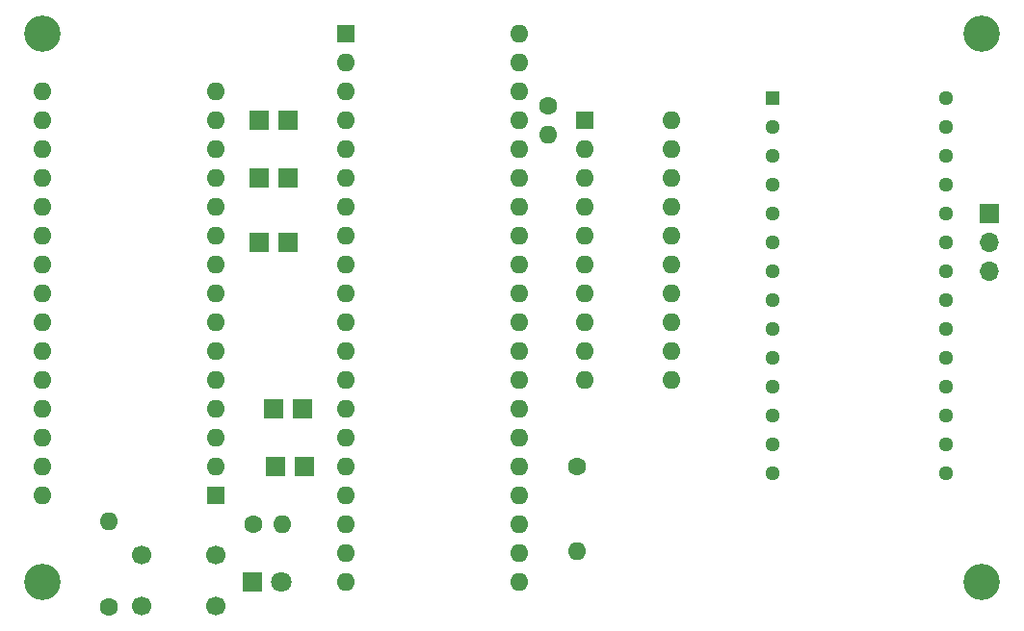
<source format=gts>
%TF.GenerationSoftware,KiCad,Pcbnew,(6.0.0)*%
%TF.CreationDate,2022-11-09T00:04:32-05:00*%
%TF.ProjectId,dumper,64756d70-6572-42e6-9b69-6361645f7063,rev?*%
%TF.SameCoordinates,Original*%
%TF.FileFunction,Soldermask,Top*%
%TF.FilePolarity,Negative*%
%FSLAX46Y46*%
G04 Gerber Fmt 4.6, Leading zero omitted, Abs format (unit mm)*
G04 Created by KiCad (PCBNEW (6.0.0)) date 2022-11-09 00:04:32*
%MOMM*%
%LPD*%
G01*
G04 APERTURE LIST*
%ADD10C,1.700000*%
%ADD11R,1.600000X1.600000*%
%ADD12O,1.600000X1.600000*%
%ADD13R,1.700000X1.700000*%
%ADD14C,1.600000*%
%ADD15R,1.295400X1.295400*%
%ADD16C,1.295400*%
%ADD17C,3.200000*%
%ADD18O,1.700000X1.700000*%
%ADD19R,1.800000X1.800000*%
%ADD20C,1.800000*%
G04 APERTURE END LIST*
D10*
%TO.C,SW1*%
X93293000Y-148808000D03*
X86793000Y-148808000D03*
X93293000Y-144308000D03*
X86793000Y-144308000D03*
%TD*%
D11*
%TO.C,U4*%
X104770000Y-98430000D03*
D12*
X104770000Y-100970000D03*
X104770000Y-103510000D03*
X104770000Y-106050000D03*
X104770000Y-108590000D03*
X104770000Y-111130000D03*
X104770000Y-113670000D03*
X104770000Y-116210000D03*
X104770000Y-118750000D03*
X104770000Y-121290000D03*
X104770000Y-123830000D03*
X104770000Y-126370000D03*
X104770000Y-128910000D03*
X104770000Y-131450000D03*
X104770000Y-133990000D03*
X104770000Y-136530000D03*
X104770000Y-139070000D03*
X104770000Y-141610000D03*
X104770000Y-144150000D03*
X104770000Y-146690000D03*
X120010000Y-146690000D03*
X120010000Y-144150000D03*
X120010000Y-141610000D03*
X120010000Y-139070000D03*
X120010000Y-136530000D03*
X120010000Y-133990000D03*
X120010000Y-131450000D03*
X120010000Y-128910000D03*
X120010000Y-126370000D03*
X120010000Y-123830000D03*
X120010000Y-121290000D03*
X120010000Y-118750000D03*
X120010000Y-116210000D03*
X120010000Y-113670000D03*
X120010000Y-111130000D03*
X120010000Y-108590000D03*
X120010000Y-106050000D03*
X120010000Y-103510000D03*
X120010000Y-100970000D03*
X120010000Y-98430000D03*
%TD*%
D11*
%TO.C,A1*%
X93345000Y-139065000D03*
D12*
X93345000Y-136525000D03*
X93345000Y-133985000D03*
X93345000Y-131445000D03*
X93345000Y-128905000D03*
X93345000Y-126365000D03*
X93345000Y-123825000D03*
X93345000Y-121285000D03*
X93345000Y-118745000D03*
X93345000Y-116205000D03*
X93345000Y-113665000D03*
X93345000Y-111125000D03*
X93345000Y-108585000D03*
X93345000Y-106045000D03*
X93345000Y-103505000D03*
X78105000Y-103505000D03*
X78105000Y-106045000D03*
X78105000Y-108585000D03*
X78105000Y-111125000D03*
X78105000Y-113665000D03*
X78105000Y-116205000D03*
X78105000Y-118745000D03*
X78105000Y-121285000D03*
X78105000Y-123825000D03*
X78105000Y-126365000D03*
X78105000Y-128905000D03*
X78105000Y-131445000D03*
X78105000Y-133985000D03*
X78105000Y-136525000D03*
X78105000Y-139065000D03*
%TD*%
D13*
%TO.C,J6*%
X97155000Y-111125000D03*
%TD*%
%TO.C,J2*%
X101092000Y-136525000D03*
%TD*%
%TO.C,J8*%
X98552000Y-136525000D03*
%TD*%
%TO.C,J10*%
X97155000Y-116840000D03*
%TD*%
D14*
%TO.C,R1*%
X96618000Y-141605000D03*
D12*
X99158000Y-141605000D03*
%TD*%
D13*
%TO.C,J1*%
X100965000Y-131445000D03*
%TD*%
%TO.C,J11*%
X99695000Y-116840000D03*
%TD*%
D15*
%TO.C,U2*%
X142230000Y-104140000D03*
D16*
X142230000Y-106680000D03*
X142230000Y-109220000D03*
X142230000Y-111760000D03*
X142230000Y-114300000D03*
X142230000Y-116840000D03*
X142230000Y-119380000D03*
X142230000Y-121920000D03*
X142230000Y-124460000D03*
X142230000Y-127000000D03*
X142230000Y-129540000D03*
X142230000Y-132080000D03*
X142230000Y-134620000D03*
X142230000Y-137160000D03*
X157470000Y-137160000D03*
X157470000Y-134620000D03*
X157470000Y-132080000D03*
X157470000Y-129540000D03*
X157470000Y-127000000D03*
X157470000Y-124460000D03*
X157470000Y-121920000D03*
X157470000Y-119380000D03*
X157470000Y-116840000D03*
X157470000Y-114300000D03*
X157470000Y-111760000D03*
X157470000Y-109220000D03*
X157470000Y-106680000D03*
X157470000Y-104140000D03*
%TD*%
D13*
%TO.C,J4*%
X99695000Y-111125000D03*
%TD*%
%TO.C,J7*%
X97155000Y-106045000D03*
%TD*%
D17*
%TO.C,REF\u002A\u002A*%
X78105000Y-98425000D03*
%TD*%
D14*
%TO.C,C1*%
X125095000Y-136525000D03*
D12*
X125095000Y-144025000D03*
%TD*%
D17*
%TO.C,REF\u002A\u002A*%
X160645000Y-146685000D03*
%TD*%
D11*
%TO.C,U3*%
X125730000Y-106045000D03*
D12*
X125730000Y-108585000D03*
X125730000Y-111125000D03*
X125730000Y-113665000D03*
X125730000Y-116205000D03*
X125730000Y-118745000D03*
X125730000Y-121285000D03*
X125730000Y-123825000D03*
X125730000Y-126365000D03*
X125730000Y-128905000D03*
X133350000Y-128905000D03*
X133350000Y-126365000D03*
X133350000Y-123825000D03*
X133350000Y-121285000D03*
X133350000Y-118745000D03*
X133350000Y-116205000D03*
X133350000Y-113665000D03*
X133350000Y-111125000D03*
X133350000Y-108585000D03*
X133350000Y-106045000D03*
%TD*%
D13*
%TO.C,J3*%
X99695000Y-106045000D03*
%TD*%
%TO.C,J5*%
X161280000Y-114300000D03*
D18*
X161280000Y-116840000D03*
X161280000Y-119380000D03*
%TD*%
D19*
%TO.C,D1*%
X96515000Y-146685000D03*
D20*
X99055000Y-146685000D03*
%TD*%
D14*
%TO.C,R2*%
X122555000Y-104775000D03*
D12*
X122555000Y-107315000D03*
%TD*%
D14*
%TO.C,C2*%
X83947000Y-148911000D03*
D12*
X83947000Y-141411000D03*
%TD*%
D17*
%TO.C,REF\u002A\u002A*%
X160645000Y-98425000D03*
%TD*%
%TO.C,REF\u002A\u002A*%
X78105000Y-146685000D03*
%TD*%
D13*
%TO.C,J9*%
X98425000Y-131445000D03*
%TD*%
M02*

</source>
